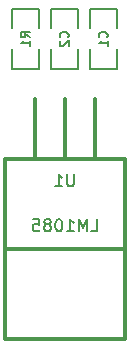
<source format=gbo>
G04 (created by PCBNEW (2013-07-07 BZR 4022)-stable) date 2/9/2014 3:44:45 PM*
%MOIN*%
G04 Gerber Fmt 3.4, Leading zero omitted, Abs format*
%FSLAX34Y34*%
G01*
G70*
G90*
G04 APERTURE LIST*
%ADD10C,0.00590551*%
%ADD11C,0.012*%
%ADD12C,0.005*%
%ADD13C,0.008*%
G04 APERTURE END LIST*
G54D10*
G54D11*
X74300Y-44600D02*
X74300Y-46600D01*
X75300Y-44600D02*
X75300Y-46600D01*
X76300Y-44600D02*
X76300Y-46600D01*
X77300Y-46600D02*
X77300Y-52600D01*
X77300Y-52600D02*
X73300Y-52600D01*
X73300Y-52600D02*
X73300Y-46600D01*
X73300Y-46600D02*
X77300Y-46600D01*
X76800Y-49600D02*
X73300Y-49600D01*
X76800Y-49600D02*
X77300Y-49600D01*
G54D12*
X77050Y-43600D02*
X76150Y-43600D01*
X76150Y-43600D02*
X76150Y-42950D01*
X77050Y-42250D02*
X77050Y-41600D01*
X77050Y-41600D02*
X76150Y-41600D01*
X76150Y-41600D02*
X76150Y-42250D01*
X77050Y-42950D02*
X77050Y-43600D01*
X75750Y-43600D02*
X74850Y-43600D01*
X74850Y-43600D02*
X74850Y-42950D01*
X75750Y-42250D02*
X75750Y-41600D01*
X75750Y-41600D02*
X74850Y-41600D01*
X74850Y-41600D02*
X74850Y-42250D01*
X75750Y-42950D02*
X75750Y-43600D01*
X74450Y-43600D02*
X73550Y-43600D01*
X73550Y-43600D02*
X73550Y-42950D01*
X74450Y-42250D02*
X74450Y-41600D01*
X74450Y-41600D02*
X73550Y-41600D01*
X73550Y-41600D02*
X73550Y-42250D01*
X74450Y-42950D02*
X74450Y-43600D01*
G54D13*
X75604Y-47111D02*
X75604Y-47435D01*
X75585Y-47473D01*
X75566Y-47492D01*
X75528Y-47511D01*
X75452Y-47511D01*
X75414Y-47492D01*
X75395Y-47473D01*
X75376Y-47435D01*
X75376Y-47111D01*
X74976Y-47511D02*
X75204Y-47511D01*
X75090Y-47511D02*
X75090Y-47111D01*
X75128Y-47169D01*
X75166Y-47207D01*
X75204Y-47226D01*
X76166Y-49011D02*
X76357Y-49011D01*
X76357Y-48611D01*
X76033Y-49011D02*
X76033Y-48611D01*
X75900Y-48897D01*
X75766Y-48611D01*
X75766Y-49011D01*
X75366Y-49011D02*
X75595Y-49011D01*
X75480Y-49011D02*
X75480Y-48611D01*
X75519Y-48669D01*
X75557Y-48707D01*
X75595Y-48726D01*
X75119Y-48611D02*
X75080Y-48611D01*
X75042Y-48630D01*
X75023Y-48650D01*
X75004Y-48688D01*
X74985Y-48764D01*
X74985Y-48859D01*
X75004Y-48935D01*
X75023Y-48973D01*
X75042Y-48992D01*
X75080Y-49011D01*
X75119Y-49011D01*
X75157Y-48992D01*
X75176Y-48973D01*
X75195Y-48935D01*
X75214Y-48859D01*
X75214Y-48764D01*
X75195Y-48688D01*
X75176Y-48650D01*
X75157Y-48630D01*
X75119Y-48611D01*
X74757Y-48783D02*
X74795Y-48764D01*
X74814Y-48745D01*
X74833Y-48707D01*
X74833Y-48688D01*
X74814Y-48650D01*
X74795Y-48630D01*
X74757Y-48611D01*
X74680Y-48611D01*
X74642Y-48630D01*
X74623Y-48650D01*
X74604Y-48688D01*
X74604Y-48707D01*
X74623Y-48745D01*
X74642Y-48764D01*
X74680Y-48783D01*
X74757Y-48783D01*
X74795Y-48802D01*
X74814Y-48821D01*
X74833Y-48859D01*
X74833Y-48935D01*
X74814Y-48973D01*
X74795Y-48992D01*
X74757Y-49011D01*
X74680Y-49011D01*
X74642Y-48992D01*
X74623Y-48973D01*
X74604Y-48935D01*
X74604Y-48859D01*
X74623Y-48821D01*
X74642Y-48802D01*
X74680Y-48783D01*
X74242Y-48611D02*
X74433Y-48611D01*
X74452Y-48802D01*
X74433Y-48783D01*
X74395Y-48764D01*
X74300Y-48764D01*
X74261Y-48783D01*
X74242Y-48802D01*
X74223Y-48840D01*
X74223Y-48935D01*
X74242Y-48973D01*
X74261Y-48992D01*
X74300Y-49011D01*
X74395Y-49011D01*
X74433Y-48992D01*
X74452Y-48973D01*
G54D12*
X76692Y-42550D02*
X76707Y-42535D01*
X76721Y-42492D01*
X76721Y-42464D01*
X76707Y-42421D01*
X76678Y-42392D01*
X76650Y-42378D01*
X76592Y-42364D01*
X76550Y-42364D01*
X76492Y-42378D01*
X76464Y-42392D01*
X76435Y-42421D01*
X76421Y-42464D01*
X76421Y-42492D01*
X76435Y-42535D01*
X76450Y-42550D01*
X76721Y-42835D02*
X76721Y-42664D01*
X76721Y-42750D02*
X76421Y-42750D01*
X76464Y-42721D01*
X76492Y-42692D01*
X76507Y-42664D01*
X75392Y-42550D02*
X75407Y-42535D01*
X75421Y-42492D01*
X75421Y-42464D01*
X75407Y-42421D01*
X75378Y-42392D01*
X75350Y-42378D01*
X75292Y-42364D01*
X75250Y-42364D01*
X75192Y-42378D01*
X75164Y-42392D01*
X75135Y-42421D01*
X75121Y-42464D01*
X75121Y-42492D01*
X75135Y-42535D01*
X75150Y-42550D01*
X75150Y-42664D02*
X75135Y-42678D01*
X75121Y-42707D01*
X75121Y-42778D01*
X75135Y-42807D01*
X75150Y-42821D01*
X75178Y-42835D01*
X75207Y-42835D01*
X75250Y-42821D01*
X75421Y-42650D01*
X75421Y-42835D01*
X74121Y-42550D02*
X73978Y-42450D01*
X74121Y-42378D02*
X73821Y-42378D01*
X73821Y-42492D01*
X73835Y-42521D01*
X73850Y-42535D01*
X73878Y-42550D01*
X73921Y-42550D01*
X73950Y-42535D01*
X73964Y-42521D01*
X73978Y-42492D01*
X73978Y-42378D01*
X74121Y-42835D02*
X74121Y-42664D01*
X74121Y-42750D02*
X73821Y-42750D01*
X73864Y-42721D01*
X73892Y-42692D01*
X73907Y-42664D01*
M02*

</source>
